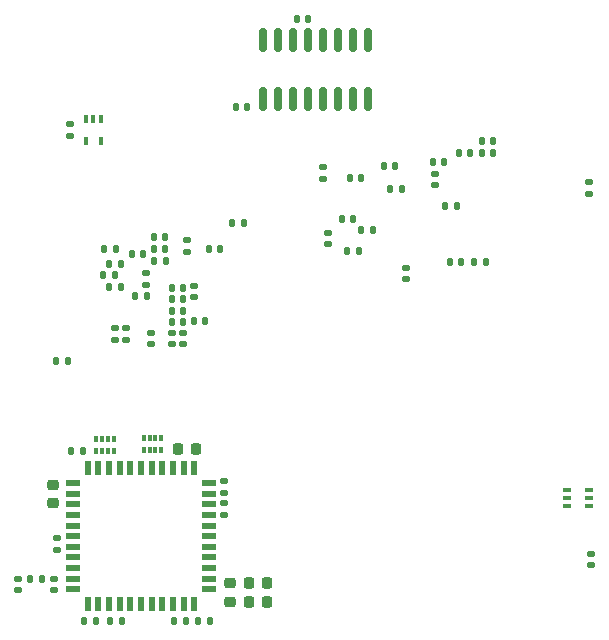
<source format=gbr>
%TF.GenerationSoftware,KiCad,Pcbnew,8.0.6*%
%TF.CreationDate,2024-12-25T08:51:45-08:00*%
%TF.ProjectId,hardware,68617264-7761-4726-952e-6b696361645f,rev?*%
%TF.SameCoordinates,Original*%
%TF.FileFunction,Paste,Bot*%
%TF.FilePolarity,Positive*%
%FSLAX46Y46*%
G04 Gerber Fmt 4.6, Leading zero omitted, Abs format (unit mm)*
G04 Created by KiCad (PCBNEW 8.0.6) date 2024-12-25 08:51:45*
%MOMM*%
%LPD*%
G01*
G04 APERTURE LIST*
G04 Aperture macros list*
%AMRoundRect*
0 Rectangle with rounded corners*
0 $1 Rounding radius*
0 $2 $3 $4 $5 $6 $7 $8 $9 X,Y pos of 4 corners*
0 Add a 4 corners polygon primitive as box body*
4,1,4,$2,$3,$4,$5,$6,$7,$8,$9,$2,$3,0*
0 Add four circle primitives for the rounded corners*
1,1,$1+$1,$2,$3*
1,1,$1+$1,$4,$5*
1,1,$1+$1,$6,$7*
1,1,$1+$1,$8,$9*
0 Add four rect primitives between the rounded corners*
20,1,$1+$1,$2,$3,$4,$5,0*
20,1,$1+$1,$4,$5,$6,$7,0*
20,1,$1+$1,$6,$7,$8,$9,0*
20,1,$1+$1,$8,$9,$2,$3,0*%
G04 Aperture macros list end*
%ADD10RoundRect,0.140000X-0.170000X0.140000X-0.170000X-0.140000X0.170000X-0.140000X0.170000X0.140000X0*%
%ADD11RoundRect,0.140000X0.140000X0.170000X-0.140000X0.170000X-0.140000X-0.170000X0.140000X-0.170000X0*%
%ADD12RoundRect,0.140000X0.170000X-0.140000X0.170000X0.140000X-0.170000X0.140000X-0.170000X-0.140000X0*%
%ADD13RoundRect,0.140000X-0.140000X-0.170000X0.140000X-0.170000X0.140000X0.170000X-0.140000X0.170000X0*%
%ADD14RoundRect,0.135000X0.135000X0.185000X-0.135000X0.185000X-0.135000X-0.185000X0.135000X-0.185000X0*%
%ADD15RoundRect,0.135000X-0.135000X-0.185000X0.135000X-0.185000X0.135000X0.185000X-0.135000X0.185000X0*%
%ADD16RoundRect,0.225000X-0.225000X-0.250000X0.225000X-0.250000X0.225000X0.250000X-0.225000X0.250000X0*%
%ADD17RoundRect,0.218750X0.256250X-0.218750X0.256250X0.218750X-0.256250X0.218750X-0.256250X-0.218750X0*%
%ADD18R,1.300000X0.500000*%
%ADD19R,0.500000X1.300000*%
%ADD20R,0.400000X0.500000*%
%ADD21R,0.300000X0.500000*%
%ADD22RoundRect,0.135000X-0.185000X0.135000X-0.185000X-0.135000X0.185000X-0.135000X0.185000X0.135000X0*%
%ADD23RoundRect,0.225000X0.225000X0.250000X-0.225000X0.250000X-0.225000X-0.250000X0.225000X-0.250000X0*%
%ADD24RoundRect,0.100000X0.225000X0.100000X-0.225000X0.100000X-0.225000X-0.100000X0.225000X-0.100000X0*%
%ADD25RoundRect,0.100000X-0.100000X0.225000X-0.100000X-0.225000X0.100000X-0.225000X0.100000X0.225000X0*%
%ADD26RoundRect,0.150000X-0.150000X0.825000X-0.150000X-0.825000X0.150000X-0.825000X0.150000X0.825000X0*%
%ADD27RoundRect,0.225000X0.250000X-0.225000X0.250000X0.225000X-0.250000X0.225000X-0.250000X-0.225000X0*%
%ADD28RoundRect,0.135000X0.185000X-0.135000X0.185000X0.135000X-0.185000X0.135000X-0.185000X-0.135000X0*%
G04 APERTURE END LIST*
D10*
%TO.C,C2*%
X137579100Y-98135500D03*
X137579100Y-99095500D03*
%TD*%
%TO.C,C31*%
X113157000Y-106568300D03*
X113157000Y-107528300D03*
%TD*%
D11*
%TO.C,C38*%
X116253200Y-110693200D03*
X115293200Y-110693200D03*
%TD*%
%TO.C,C42*%
X116265900Y-108775500D03*
X115305900Y-108775500D03*
%TD*%
D12*
%TO.C,C43*%
X115303300Y-112575280D03*
X115303300Y-111615280D03*
%TD*%
D11*
%TO.C,C48*%
X118117560Y-110637320D03*
X117157560Y-110637320D03*
%TD*%
D13*
%TO.C,C53*%
X112219800Y-108483400D03*
X113179800Y-108483400D03*
%TD*%
D11*
%TO.C,C54*%
X116253200Y-109753400D03*
X115293200Y-109753400D03*
%TD*%
%TO.C,C55*%
X114767300Y-103517700D03*
X113807300Y-103517700D03*
%TD*%
D13*
%TO.C,C59*%
X111902300Y-104927400D03*
X112862300Y-104927400D03*
%TD*%
D12*
%TO.C,C64*%
X116560600Y-104747000D03*
X116560600Y-103787000D03*
%TD*%
D11*
%TO.C,C66*%
X110970000Y-107721400D03*
X110010000Y-107721400D03*
%TD*%
%TO.C,C67*%
X116265900Y-107784900D03*
X115305900Y-107784900D03*
%TD*%
D12*
%TO.C,C68*%
X111467900Y-112176500D03*
X111467900Y-111216500D03*
%TD*%
D11*
%TO.C,C69*%
X110970000Y-105740200D03*
X110010000Y-105740200D03*
%TD*%
D12*
%TO.C,C70*%
X110490000Y-112176500D03*
X110490000Y-111216500D03*
%TD*%
D13*
%TO.C,C75*%
X141544100Y-96405700D03*
X142504100Y-96405700D03*
%TD*%
%TO.C,C76*%
X139613700Y-96405700D03*
X140573700Y-96405700D03*
%TD*%
%TO.C,C77*%
X137391200Y-97180400D03*
X138351200Y-97180400D03*
%TD*%
%TO.C,C78*%
X141544100Y-95351600D03*
X142504100Y-95351600D03*
%TD*%
D11*
%TO.C,C79*%
X134782500Y-99402900D03*
X133822500Y-99402900D03*
%TD*%
%TO.C,C80*%
X134211000Y-97447100D03*
X133251000Y-97447100D03*
%TD*%
D13*
%TO.C,C82*%
X138458000Y-100888800D03*
X139418000Y-100888800D03*
%TD*%
D11*
%TO.C,C85*%
X132306000Y-102882700D03*
X131346000Y-102882700D03*
%TD*%
%TO.C,C86*%
X131122360Y-104653080D03*
X130162360Y-104653080D03*
%TD*%
D12*
%TO.C,C87*%
X128562100Y-104073900D03*
X128562100Y-103113900D03*
%TD*%
D13*
%TO.C,C89*%
X140931960Y-105628440D03*
X141891960Y-105628440D03*
%TD*%
%TO.C,C90*%
X129695000Y-101942900D03*
X130655000Y-101942900D03*
%TD*%
%TO.C,C91*%
X138839000Y-105613200D03*
X139799000Y-105613200D03*
%TD*%
D12*
%TO.C,C92*%
X128130300Y-98559500D03*
X128130300Y-97599500D03*
%TD*%
D11*
%TO.C,C99*%
X110462000Y-106730800D03*
X109502000Y-106730800D03*
%TD*%
D14*
%TO.C,R30*%
X110593600Y-104470200D03*
X109573600Y-104470200D03*
%TD*%
D11*
%TO.C,C74*%
X131340800Y-98501200D03*
X130380800Y-98501200D03*
%TD*%
D12*
%TO.C,C40*%
X116248180Y-112575280D03*
X116248180Y-111615280D03*
%TD*%
%TO.C,C56*%
X113576100Y-112567600D03*
X113576100Y-111607600D03*
%TD*%
D11*
%TO.C,C73*%
X119380000Y-104500000D03*
X118420000Y-104500000D03*
%TD*%
%TO.C,C65*%
X114767300Y-104533700D03*
X113807300Y-104533700D03*
%TD*%
D14*
%TO.C,R26*%
X114810000Y-105524300D03*
X113790000Y-105524300D03*
%TD*%
D10*
%TO.C,C32*%
X135128000Y-106111100D03*
X135128000Y-107071100D03*
%TD*%
%TO.C,C37*%
X117200000Y-107620000D03*
X117200000Y-108580000D03*
%TD*%
D15*
%TO.C,R6*%
X120429560Y-102280720D03*
X121449560Y-102280720D03*
%TD*%
D16*
%TO.C,C46*%
X121825000Y-134400000D03*
X123375000Y-134400000D03*
%TD*%
D13*
%TO.C,C49*%
X125920000Y-85000000D03*
X126880000Y-85000000D03*
%TD*%
D17*
%TO.C,L5*%
X120200000Y-134387500D03*
X120200000Y-132812500D03*
%TD*%
D18*
%TO.C,U8*%
X106925000Y-133325000D03*
X106925000Y-132425000D03*
X106925000Y-131525000D03*
X106925000Y-130625000D03*
X106925000Y-129725000D03*
X106925000Y-128825000D03*
X106925000Y-127925000D03*
X106925000Y-127025000D03*
X106925000Y-126125000D03*
X106925000Y-125225000D03*
X106925000Y-124325000D03*
D19*
X108200000Y-123050000D03*
X109100000Y-123050000D03*
X110000000Y-123050000D03*
X110900000Y-123050000D03*
X111800000Y-123050000D03*
X112700000Y-123050000D03*
X113600000Y-123050000D03*
X114500000Y-123050000D03*
X115400000Y-123050000D03*
X116300000Y-123050000D03*
X117200000Y-123050000D03*
D18*
X118475000Y-124325000D03*
X118475000Y-125225000D03*
X118475000Y-126125000D03*
X118475000Y-127025000D03*
X118475000Y-127925000D03*
X118475000Y-128825000D03*
X118475000Y-129725000D03*
X118475000Y-130625000D03*
X118475000Y-131525000D03*
X118475000Y-132425000D03*
X118475000Y-133325000D03*
D19*
X117200000Y-134600000D03*
X116300000Y-134600000D03*
X115400000Y-134600000D03*
X114500000Y-134600000D03*
X113600000Y-134600000D03*
X112700000Y-134600000D03*
X111800000Y-134600000D03*
X110900000Y-134600000D03*
X110000000Y-134600000D03*
X109100000Y-134600000D03*
X108200000Y-134600000D03*
%TD*%
D10*
%TO.C,C60*%
X106662500Y-93940000D03*
X106662500Y-94900000D03*
%TD*%
D11*
%TO.C,C44*%
X116480000Y-136000000D03*
X115520000Y-136000000D03*
%TD*%
D14*
%TO.C,R33*%
X111110000Y-136000000D03*
X110090000Y-136000000D03*
%TD*%
D20*
%TO.C,RN1*%
X114425000Y-121525000D03*
D21*
X113925000Y-121525000D03*
X113425000Y-121525000D03*
D20*
X112925000Y-121525000D03*
X112925000Y-120525000D03*
D21*
X113425000Y-120525000D03*
X113925000Y-120525000D03*
D20*
X114425000Y-120525000D03*
%TD*%
D22*
%TO.C,R38*%
X119765000Y-124115000D03*
X119765000Y-125135000D03*
%TD*%
D23*
%TO.C,C45*%
X117372756Y-121425000D03*
X115822756Y-121425000D03*
%TD*%
D24*
%TO.C,U14*%
X150650000Y-124950000D03*
X150650000Y-125600000D03*
X150650000Y-126250000D03*
X148750000Y-126250000D03*
X148750000Y-125600000D03*
X148750000Y-124950000D03*
%TD*%
D12*
%TO.C,C61*%
X150650000Y-99820000D03*
X150650000Y-98860000D03*
%TD*%
D15*
%TO.C,R37*%
X117490000Y-136000000D03*
X118510000Y-136000000D03*
%TD*%
D25*
%TO.C,U13*%
X108007500Y-93460000D03*
X108657500Y-93460000D03*
X109307500Y-93460000D03*
X109307500Y-95360000D03*
X108007500Y-95360000D03*
%TD*%
D26*
%TO.C,U10*%
X123055000Y-86825000D03*
X124325000Y-86825000D03*
X125595000Y-86825000D03*
X126865000Y-86825000D03*
X128135000Y-86825000D03*
X129405000Y-86825000D03*
X130675000Y-86825000D03*
X131945000Y-86825000D03*
X131945000Y-91775000D03*
X130675000Y-91775000D03*
X129405000Y-91775000D03*
X128135000Y-91775000D03*
X126865000Y-91775000D03*
X125595000Y-91775000D03*
X124325000Y-91775000D03*
X123055000Y-91775000D03*
%TD*%
D22*
%TO.C,R39*%
X119757244Y-126022244D03*
X119757244Y-127042244D03*
%TD*%
D12*
%TO.C,C62*%
X150780000Y-131260000D03*
X150780000Y-130300000D03*
%TD*%
D10*
%TO.C,C39*%
X105300000Y-132440000D03*
X105300000Y-133400000D03*
%TD*%
D16*
%TO.C,C47*%
X121825000Y-132800000D03*
X123375000Y-132800000D03*
%TD*%
D27*
%TO.C,C41*%
X105275000Y-126050000D03*
X105275000Y-124500000D03*
%TD*%
D15*
%TO.C,R35*%
X103290000Y-132480000D03*
X104310000Y-132480000D03*
%TD*%
D13*
%TO.C,C50*%
X120720000Y-92500000D03*
X121680000Y-92500000D03*
%TD*%
D10*
%TO.C,C36*%
X102300000Y-132420000D03*
X102300000Y-133380000D03*
%TD*%
D15*
%TO.C,R40*%
X106790000Y-121600000D03*
X107810000Y-121600000D03*
%TD*%
%TO.C,R36*%
X107890000Y-136000000D03*
X108910000Y-136000000D03*
%TD*%
D14*
%TO.C,R23*%
X106510000Y-114000000D03*
X105490000Y-114000000D03*
%TD*%
D20*
%TO.C,RN2*%
X110375000Y-121625000D03*
D21*
X109875000Y-121625000D03*
X109375000Y-121625000D03*
D20*
X108875000Y-121625000D03*
X108875000Y-120625000D03*
D21*
X109375000Y-120625000D03*
X109875000Y-120625000D03*
D20*
X110375000Y-120625000D03*
%TD*%
D28*
%TO.C,R34*%
X105565000Y-130025000D03*
X105565000Y-129005000D03*
%TD*%
M02*

</source>
